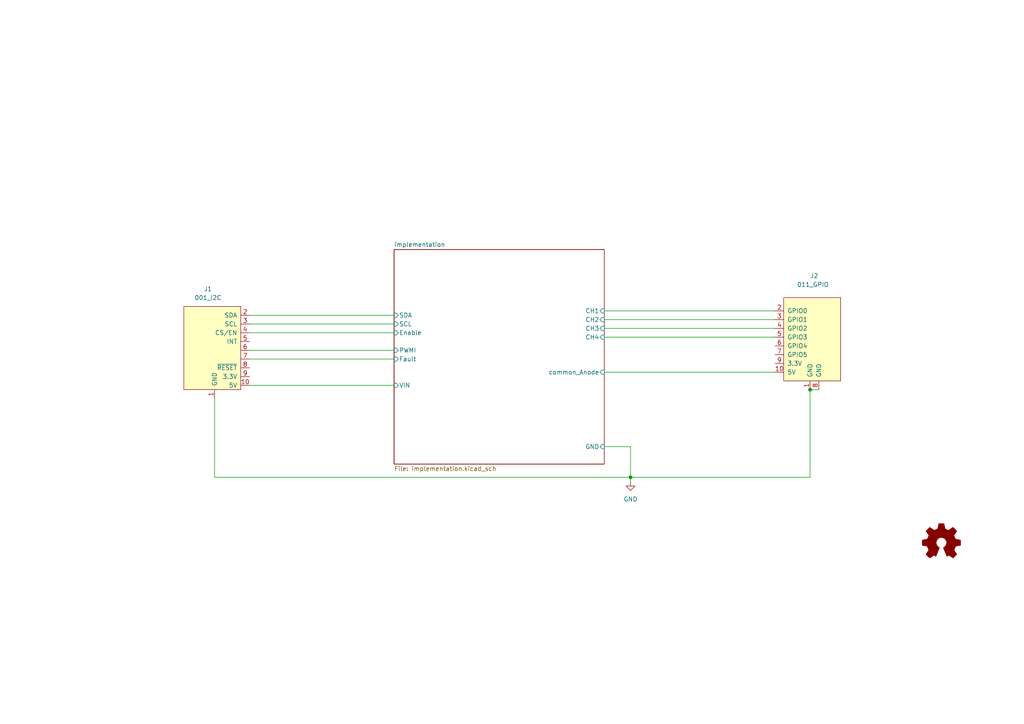
<source format=kicad_sch>
(kicad_sch (version 20211123) (generator eeschema)

  (uuid 57732dd3-1162-4c3f-88bd-31bf473d124d)

  (paper "A4")

  (lib_symbols
    (symbol "Graphic:Logo_Open_Hardware_Small" (pin_names (offset 1.016)) (in_bom yes) (on_board yes)
      (property "Reference" "#LOGO" (id 0) (at 0 6.985 0)
        (effects (font (size 1.27 1.27)) hide)
      )
      (property "Value" "Logo_Open_Hardware_Small" (id 1) (at 0 -5.715 0)
        (effects (font (size 1.27 1.27)) hide)
      )
      (property "Footprint" "" (id 2) (at 0 0 0)
        (effects (font (size 1.27 1.27)) hide)
      )
      (property "Datasheet" "~" (id 3) (at 0 0 0)
        (effects (font (size 1.27 1.27)) hide)
      )
      (property "ki_keywords" "Logo" (id 4) (at 0 0 0)
        (effects (font (size 1.27 1.27)) hide)
      )
      (property "ki_description" "Open Hardware logo, small" (id 5) (at 0 0 0)
        (effects (font (size 1.27 1.27)) hide)
      )
      (symbol "Logo_Open_Hardware_Small_0_1"
        (polyline
          (pts
            (xy 3.3528 -4.3434)
            (xy 3.302 -4.318)
            (xy 3.175 -4.2418)
            (xy 2.9972 -4.1148)
            (xy 2.7686 -3.9624)
            (xy 2.54 -3.81)
            (xy 2.3622 -3.7084)
            (xy 2.2352 -3.6068)
            (xy 2.1844 -3.5814)
            (xy 2.159 -3.6068)
            (xy 2.0574 -3.6576)
            (xy 1.905 -3.7338)
            (xy 1.8034 -3.7846)
            (xy 1.6764 -3.8354)
            (xy 1.6002 -3.8354)
            (xy 1.6002 -3.8354)
            (xy 1.5494 -3.7338)
            (xy 1.4732 -3.5306)
            (xy 1.3462 -3.302)
            (xy 1.2446 -3.0226)
            (xy 1.1176 -2.7178)
            (xy 0.9652 -2.413)
            (xy 0.8636 -2.1082)
            (xy 0.7366 -1.8288)
            (xy 0.6604 -1.6256)
            (xy 0.6096 -1.4732)
            (xy 0.5842 -1.397)
            (xy 0.5842 -1.397)
            (xy 0.6604 -1.3208)
            (xy 0.7874 -1.2446)
            (xy 1.0414 -1.016)
            (xy 1.2954 -0.6858)
            (xy 1.4478 -0.3302)
            (xy 1.524 0.0762)
            (xy 1.4732 0.4572)
            (xy 1.3208 0.8128)
            (xy 1.0668 1.143)
            (xy 0.762 1.3716)
            (xy 0.4064 1.524)
            (xy 0 1.5748)
            (xy -0.381 1.5494)
            (xy -0.7366 1.397)
            (xy -1.0668 1.143)
            (xy -1.2192 0.9906)
            (xy -1.397 0.6604)
            (xy -1.524 0.3048)
            (xy -1.524 0.2286)
            (xy -1.4986 -0.1778)
            (xy -1.397 -0.5334)
            (xy -1.1938 -0.8636)
            (xy -0.9144 -1.143)
            (xy -0.8636 -1.1684)
            (xy -0.7366 -1.27)
            (xy -0.635 -1.3462)
            (xy -0.5842 -1.397)
            (xy -1.0668 -2.5908)
            (xy -1.143 -2.794)
            (xy -1.2954 -3.1242)
            (xy -1.397 -3.4036)
            (xy -1.4986 -3.6322)
            (xy -1.5748 -3.7846)
            (xy -1.6002 -3.8354)
            (xy -1.6002 -3.8354)
            (xy -1.651 -3.8354)
            (xy -1.7272 -3.81)
            (xy -1.905 -3.7338)
            (xy -2.0066 -3.683)
            (xy -2.1336 -3.6068)
            (xy -2.2098 -3.5814)
            (xy -2.2606 -3.6068)
            (xy -2.3622 -3.683)
            (xy -2.54 -3.81)
            (xy -2.7686 -3.9624)
            (xy -2.9718 -4.0894)
            (xy -3.1496 -4.2164)
            (xy -3.302 -4.318)
            (xy -3.3528 -4.3434)
            (xy -3.3782 -4.3434)
            (xy -3.429 -4.318)
            (xy -3.5306 -4.2164)
            (xy -3.7084 -4.064)
            (xy -3.937 -3.8354)
            (xy -3.9624 -3.81)
            (xy -4.1656 -3.6068)
            (xy -4.318 -3.4544)
            (xy -4.4196 -3.3274)
            (xy -4.445 -3.2766)
            (xy -4.445 -3.2766)
            (xy -4.4196 -3.2258)
            (xy -4.318 -3.0734)
            (xy -4.2164 -2.8956)
            (xy -4.064 -2.667)
            (xy -3.6576 -2.0828)
            (xy -3.8862 -1.5494)
            (xy -3.937 -1.3716)
            (xy -4.0386 -1.1684)
            (xy -4.0894 -1.0414)
            (xy -4.1148 -0.9652)
            (xy -4.191 -0.9398)
            (xy -4.318 -0.9144)
            (xy -4.5466 -0.8636)
            (xy -4.8006 -0.8128)
            (xy -5.0546 -0.7874)
            (xy -5.2578 -0.7366)
            (xy -5.4356 -0.7112)
            (xy -5.5118 -0.6858)
            (xy -5.5118 -0.6858)
            (xy -5.5372 -0.635)
            (xy -5.5372 -0.5588)
            (xy -5.5372 -0.4318)
            (xy -5.5626 -0.2286)
            (xy -5.5626 0.0762)
            (xy -5.5626 0.127)
            (xy -5.5372 0.4064)
            (xy -5.5372 0.635)
            (xy -5.5372 0.762)
            (xy -5.5372 0.8382)
            (xy -5.5372 0.8382)
            (xy -5.461 0.8382)
            (xy -5.3086 0.889)
            (xy -5.08 0.9144)
            (xy -4.826 0.9652)
            (xy -4.8006 0.9906)
            (xy -4.5466 1.0414)
            (xy -4.318 1.0668)
            (xy -4.1656 1.1176)
            (xy -4.0894 1.143)
            (xy -4.0894 1.143)
            (xy -4.0386 1.2446)
            (xy -3.9624 1.4224)
            (xy -3.8608 1.6256)
            (xy -3.7846 1.8288)
            (xy -3.7084 2.0066)
            (xy -3.6576 2.159)
            (xy -3.6322 2.2098)
            (xy -3.6322 2.2098)
            (xy -3.683 2.286)
            (xy -3.7592 2.413)
            (xy -3.8862 2.5908)
            (xy -4.064 2.8194)
            (xy -4.064 2.8448)
            (xy -4.2164 3.0734)
            (xy -4.3434 3.2512)
            (xy -4.4196 3.3782)
            (xy -4.445 3.4544)
            (xy -4.445 3.4544)
            (xy -4.3942 3.5052)
            (xy -4.2926 3.6322)
            (xy -4.1148 3.81)
            (xy -3.937 4.0132)
            (xy -3.8608 4.064)
            (xy -3.6576 4.2926)
            (xy -3.5052 4.4196)
            (xy -3.4036 4.4958)
            (xy -3.3528 4.5212)
            (xy -3.3528 4.5212)
            (xy -3.302 4.4704)
            (xy -3.1496 4.3688)
            (xy -2.9718 4.2418)
            (xy -2.7432 4.0894)
            (xy -2.7178 4.0894)
            (xy -2.4892 3.937)
            (xy -2.3114 3.81)
            (xy -2.1844 3.7084)
            (xy -2.1336 3.683)
            (xy -2.1082 3.683)
            (xy -2.032 3.7084)
            (xy -1.8542 3.7592)
            (xy -1.6764 3.8354)
            (xy -1.4732 3.937)
            (xy -1.27 4.0132)
            (xy -1.143 4.064)
            (xy -1.0668 4.1148)
            (xy -1.0668 4.1148)
            (xy -1.0414 4.191)
            (xy -1.016 4.3434)
            (xy -0.9652 4.572)
            (xy -0.9144 4.8514)
            (xy -0.889 4.9022)
            (xy -0.8382 5.1562)
            (xy -0.8128 5.3848)
            (xy -0.7874 5.5372)
            (xy -0.762 5.588)
            (xy -0.7112 5.6134)
            (xy -0.5842 5.6134)
            (xy -0.4064 5.6134)
            (xy -0.1524 5.6134)
            (xy 0.0762 5.6134)
            (xy 0.3302 5.6134)
            (xy 0.5334 5.6134)
            (xy 0.6858 5.588)
            (xy 0.7366 5.588)
            (xy 0.7366 5.588)
            (xy 0.762 5.5118)
            (xy 0.8128 5.334)
            (xy 0.8382 5.1054)
            (xy 0.9144 4.826)
            (xy 0.9144 4.7752)
            (xy 0.9652 4.5212)
            (xy 1.016 4.2926)
            (xy 1.0414 4.1402)
            (xy 1.0668 4.0894)
            (xy 1.0668 4.0894)
            (xy 1.1938 4.0386)
            (xy 1.3716 3.9624)
            (xy 1.5748 3.8608)
            (xy 2.0828 3.6576)
            (xy 2.7178 4.0894)
            (xy 2.7686 4.1402)
            (xy 2.9972 4.2926)
            (xy 3.175 4.4196)
            (xy 3.302 4.4958)
            (xy 3.3782 4.5212)
            (xy 3.3782 4.5212)
            (xy 3.429 4.4704)
            (xy 3.556 4.3434)
            (xy 3.7338 4.191)
            (xy 3.9116 3.9878)
            (xy 4.064 3.8354)
            (xy 4.2418 3.6576)
            (xy 4.3434 3.556)
            (xy 4.4196 3.4798)
            (xy 4.4196 3.429)
            (xy 4.4196 3.4036)
            (xy 4.3942 3.3274)
            (xy 4.2926 3.2004)
            (xy 4.1656 2.9972)
            (xy 4.0132 2.794)
            (xy 3.8862 2.5908)
            (xy 3.7592 2.3876)
            (xy 3.6576 2.2352)
            (xy 3.6322 2.159)
            (xy 3.6322 2.1336)
            (xy 3.683 2.0066)
            (xy 3.7592 1.8288)
            (xy 3.8608 1.6002)
            (xy 4.064 1.1176)
            (xy 4.3942 1.0414)
            (xy 4.5974 1.016)
            (xy 4.8768 0.9652)
            (xy 5.1308 0.9144)
            (xy 5.5372 0.8382)
            (xy 5.5626 -0.6604)
            (xy 5.4864 -0.6858)
            (xy 5.4356 -0.6858)
            (xy 5.2832 -0.7366)
            (xy 5.0546 -0.762)
            (xy 4.8006 -0.8128)
            (xy 4.5974 -0.8636)
            (xy 4.3688 -0.9144)
            (xy 4.2164 -0.9398)
            (xy 4.1402 -0.9398)
            (xy 4.1148 -0.9652)
            (xy 4.064 -1.0668)
            (xy 3.9878 -1.2446)
            (xy 3.9116 -1.4478)
            (xy 3.81 -1.651)
            (xy 3.7338 -1.8542)
            (xy 3.683 -2.0066)
            (xy 3.6576 -2.0828)
            (xy 3.683 -2.1336)
            (xy 3.7846 -2.2606)
            (xy 3.8862 -2.4638)
            (xy 4.0386 -2.667)
            (xy 4.191 -2.8956)
            (xy 4.318 -3.0734)
            (xy 4.3942 -3.2004)
            (xy 4.445 -3.2766)
            (xy 4.4196 -3.3274)
            (xy 4.3434 -3.429)
            (xy 4.1656 -3.5814)
            (xy 3.937 -3.8354)
            (xy 3.8862 -3.8608)
            (xy 3.683 -4.064)
            (xy 3.5306 -4.2164)
            (xy 3.4036 -4.318)
            (xy 3.3528 -4.3434)
          )
          (stroke (width 0) (type default) (color 0 0 0 0))
          (fill (type outline))
        )
      )
    )
    (symbol "power:GND" (power) (pin_names (offset 0)) (in_bom yes) (on_board yes)
      (property "Reference" "#PWR" (id 0) (at 0 -6.35 0)
        (effects (font (size 1.27 1.27)) hide)
      )
      (property "Value" "GND" (id 1) (at 0 -3.81 0)
        (effects (font (size 1.27 1.27)))
      )
      (property "Footprint" "" (id 2) (at 0 0 0)
        (effects (font (size 1.27 1.27)) hide)
      )
      (property "Datasheet" "" (id 3) (at 0 0 0)
        (effects (font (size 1.27 1.27)) hide)
      )
      (property "ki_keywords" "power-flag" (id 4) (at 0 0 0)
        (effects (font (size 1.27 1.27)) hide)
      )
      (property "ki_description" "Power symbol creates a global label with name \"GND\" , ground" (id 5) (at 0 0 0)
        (effects (font (size 1.27 1.27)) hide)
      )
      (symbol "GND_0_1"
        (polyline
          (pts
            (xy 0 0)
            (xy 0 -1.27)
            (xy 1.27 -1.27)
            (xy 0 -2.54)
            (xy -1.27 -1.27)
            (xy 0 -1.27)
          )
          (stroke (width 0) (type default) (color 0 0 0 0))
          (fill (type none))
        )
      )
      (symbol "GND_1_1"
        (pin power_in line (at 0 0 270) (length 0) hide
          (name "GND" (effects (font (size 1.27 1.27))))
          (number "1" (effects (font (size 1.27 1.27))))
        )
      )
    )
    (symbol "put_on_edge:001_I2C" (pin_names (offset 1.016)) (in_bom yes) (on_board yes)
      (property "Reference" "J1" (id 0) (at 0.635 17.78 0)
        (effects (font (size 1.27 1.27)))
      )
      (property "Value" "001_I2C" (id 1) (at 0.635 15.24 0)
        (effects (font (size 1.27 1.27)))
      )
      (property "Footprint" "on_edge:on_edge_2x05_device" (id 2) (at -7.62 16.51 0)
        (effects (font (size 1.27 1.27)) hide)
      )
      (property "Datasheet" "" (id 3) (at -7.62 16.51 0)
        (effects (font (size 1.27 1.27)) hide)
      )
      (symbol "001_I2C_0_1"
        (rectangle (start -8.89 12.7) (end 7.62 -11.43)
          (stroke (width 0) (type default) (color 0 0 0 0))
          (fill (type background))
        )
      )
      (symbol "001_I2C_1_1"
        (pin power_in line (at -1.27 -13.97 90) (length 2.54)
          (name "GND" (effects (font (size 1.27 1.27))))
          (number "1" (effects (font (size 1.27 1.27))))
        )
        (pin power_in line (at -11.43 -10.16 0) (length 2.54)
          (name "5V" (effects (font (size 1.27 1.27))))
          (number "10" (effects (font (size 1.27 1.27))))
        )
        (pin bidirectional line (at -11.43 10.16 0) (length 2.54)
          (name "SDA" (effects (font (size 1.27 1.27))))
          (number "2" (effects (font (size 1.27 1.27))))
        )
        (pin bidirectional line (at -11.43 7.62 0) (length 2.54)
          (name "SCL" (effects (font (size 1.27 1.27))))
          (number "3" (effects (font (size 1.27 1.27))))
        )
        (pin bidirectional line (at -11.43 5.08 0) (length 2.54)
          (name "CS/EN" (effects (font (size 1.27 1.27))))
          (number "4" (effects (font (size 1.27 1.27))))
        )
        (pin bidirectional line (at -11.43 2.54 0) (length 2.54)
          (name "INT" (effects (font (size 1.27 1.27))))
          (number "5" (effects (font (size 1.27 1.27))))
        )
        (pin bidirectional line (at -11.43 0 0) (length 2.54)
          (name "" (effects (font (size 1.27 1.27))))
          (number "6" (effects (font (size 1.27 1.27))))
        )
        (pin bidirectional line (at -11.43 -2.54 0) (length 2.54)
          (name "" (effects (font (size 1.27 1.27))))
          (number "7" (effects (font (size 1.27 1.27))))
        )
        (pin bidirectional line (at -11.43 -5.08 0) (length 2.54)
          (name "~{RESET}" (effects (font (size 1.27 1.27))))
          (number "8" (effects (font (size 1.27 1.27))))
        )
        (pin power_in line (at -11.43 -7.62 0) (length 2.54)
          (name "3.3V" (effects (font (size 1.27 1.27))))
          (number "9" (effects (font (size 1.27 1.27))))
        )
      )
    )
    (symbol "put_on_edge:011_GPIO" (pin_names (offset 1.016)) (in_bom yes) (on_board yes)
      (property "Reference" "J" (id 0) (at -2.54 13.97 0)
        (effects (font (size 1.27 1.27)))
      )
      (property "Value" "011_GPIO" (id 1) (at 8.89 13.97 0)
        (effects (font (size 1.27 1.27)))
      )
      (property "Footprint" "" (id 2) (at 7.62 16.51 0)
        (effects (font (size 1.27 1.27)) hide)
      )
      (property "Datasheet" "" (id 3) (at 7.62 16.51 0)
        (effects (font (size 1.27 1.27)) hide)
      )
      (symbol "011_GPIO_0_1"
        (rectangle (start -8.89 12.7) (end 7.62 -11.43)
          (stroke (width 0) (type default) (color 0 0 0 0))
          (fill (type background))
        )
      )
      (symbol "011_GPIO_1_1"
        (pin power_in line (at -1.27 -13.97 90) (length 2.54)
          (name "GND" (effects (font (size 1.27 1.27))))
          (number "1" (effects (font (size 1.27 1.27))))
        )
        (pin power_in line (at -11.43 -8.89 0) (length 2.54)
          (name "5V" (effects (font (size 1.27 1.27))))
          (number "10" (effects (font (size 1.27 1.27))))
        )
        (pin bidirectional line (at -11.43 8.89 0) (length 2.54)
          (name "GPIO0" (effects (font (size 1.27 1.27))))
          (number "2" (effects (font (size 1.27 1.27))))
        )
        (pin bidirectional line (at -11.43 6.35 0) (length 2.54)
          (name "GPIO1" (effects (font (size 1.27 1.27))))
          (number "3" (effects (font (size 1.27 1.27))))
        )
        (pin bidirectional line (at -11.43 3.81 0) (length 2.54)
          (name "GPIO2" (effects (font (size 1.27 1.27))))
          (number "4" (effects (font (size 1.27 1.27))))
        )
        (pin bidirectional line (at -11.43 1.27 0) (length 2.54)
          (name "GPIO3" (effects (font (size 1.27 1.27))))
          (number "5" (effects (font (size 1.27 1.27))))
        )
        (pin bidirectional line (at -11.43 -1.27 0) (length 2.54)
          (name "GPIO4" (effects (font (size 1.27 1.27))))
          (number "6" (effects (font (size 1.27 1.27))))
        )
        (pin bidirectional line (at -11.43 -3.81 0) (length 2.54)
          (name "GPIO5" (effects (font (size 1.27 1.27))))
          (number "7" (effects (font (size 1.27 1.27))))
        )
        (pin power_in line (at 1.27 -13.97 90) (length 2.54)
          (name "GND" (effects (font (size 1.27 1.27))))
          (number "8" (effects (font (size 1.27 1.27))))
        )
        (pin power_in line (at -11.43 -6.35 0) (length 2.54)
          (name "3.3V" (effects (font (size 1.27 1.27))))
          (number "9" (effects (font (size 1.27 1.27))))
        )
      )
    )
  )

  (junction (at 182.88 138.43) (diameter 0) (color 0 0 0 0)
    (uuid 0ff67a0f-c960-451c-be04-1ec9212dda57)
  )
  (junction (at 234.95 113.03) (diameter 0) (color 0 0 0 0)
    (uuid 33ce6e41-8d9b-4b7c-9767-5e08218f403f)
  )

  (wire (pts (xy 234.95 113.03) (xy 234.95 138.43))
    (stroke (width 0) (type default) (color 0 0 0 0))
    (uuid 0298f348-940a-471f-a336-33009d760df5)
  )
  (wire (pts (xy 175.26 95.25) (xy 224.79 95.25))
    (stroke (width 0) (type default) (color 0 0 0 0))
    (uuid 144f176f-fc54-4a50-9894-fb2b918c2440)
  )
  (wire (pts (xy 72.39 91.44) (xy 114.3 91.44))
    (stroke (width 0) (type default) (color 0 0 0 0))
    (uuid 18321cd2-47eb-494a-894b-ef18202eaac7)
  )
  (wire (pts (xy 182.88 138.43) (xy 182.88 139.7))
    (stroke (width 0) (type default) (color 0 0 0 0))
    (uuid 3799cf36-cc55-461c-8ded-c203bc7ed36a)
  )
  (wire (pts (xy 182.88 138.43) (xy 234.95 138.43))
    (stroke (width 0) (type default) (color 0 0 0 0))
    (uuid 4b9c1492-89fb-4259-9cec-27a75b0c37c5)
  )
  (wire (pts (xy 62.23 115.57) (xy 62.23 138.43))
    (stroke (width 0) (type default) (color 0 0 0 0))
    (uuid 50f5192b-c15d-4dfe-b3b9-31f6935a9495)
  )
  (wire (pts (xy 72.39 101.6) (xy 114.3 101.6))
    (stroke (width 0) (type default) (color 0 0 0 0))
    (uuid 530e7b38-6d00-4e6a-8998-0fb9ec979769)
  )
  (wire (pts (xy 72.39 104.14) (xy 114.3 104.14))
    (stroke (width 0) (type default) (color 0 0 0 0))
    (uuid 564838e7-22e8-403a-b6ef-ee41091664c8)
  )
  (wire (pts (xy 182.88 129.54) (xy 182.88 138.43))
    (stroke (width 0) (type default) (color 0 0 0 0))
    (uuid 5a1fc14d-1d6f-444c-82b2-77ce3f0eeb3f)
  )
  (wire (pts (xy 175.26 107.95) (xy 224.79 107.95))
    (stroke (width 0) (type default) (color 0 0 0 0))
    (uuid 600fadf6-d8e5-4855-9f1e-291a97836e75)
  )
  (wire (pts (xy 234.95 113.03) (xy 237.49 113.03))
    (stroke (width 0) (type default) (color 0 0 0 0))
    (uuid 76903589-6150-4ffe-b4c5-4410bd8617ae)
  )
  (wire (pts (xy 175.26 92.71) (xy 224.79 92.71))
    (stroke (width 0) (type default) (color 0 0 0 0))
    (uuid 9bbe73ad-1530-446f-baef-b205e53ff575)
  )
  (wire (pts (xy 175.26 129.54) (xy 182.88 129.54))
    (stroke (width 0) (type default) (color 0 0 0 0))
    (uuid b5f50e6e-6728-4454-96f5-44e0bc388ce5)
  )
  (wire (pts (xy 62.23 138.43) (xy 182.88 138.43))
    (stroke (width 0) (type default) (color 0 0 0 0))
    (uuid c0a419da-2d93-4ece-932c-03cbfe8908e4)
  )
  (wire (pts (xy 175.26 90.17) (xy 224.79 90.17))
    (stroke (width 0) (type default) (color 0 0 0 0))
    (uuid c8f57540-0523-4498-8170-c377d59272e1)
  )
  (wire (pts (xy 72.39 93.98) (xy 114.3 93.98))
    (stroke (width 0) (type default) (color 0 0 0 0))
    (uuid dddb1002-633c-473e-8ff3-9512158d7a40)
  )
  (wire (pts (xy 175.26 97.79) (xy 224.79 97.79))
    (stroke (width 0) (type default) (color 0 0 0 0))
    (uuid e4d0b886-15cf-44cf-9708-404e74bbc75d)
  )
  (wire (pts (xy 72.39 96.52) (xy 114.3 96.52))
    (stroke (width 0) (type default) (color 0 0 0 0))
    (uuid e9d5574a-5041-48f3-b502-858f87d08c15)
  )
  (wire (pts (xy 72.39 111.76) (xy 114.3 111.76))
    (stroke (width 0) (type default) (color 0 0 0 0))
    (uuid f6135f66-b79b-4432-9c91-b1ae374d00d3)
  )

  (symbol (lib_id "put_on_edge:001_I2C") (at 60.96 101.6 0) (mirror y) (unit 1)
    (in_bom yes) (on_board yes) (fields_autoplaced)
    (uuid 00609934-eb17-4303-8afd-9caa6880e626)
    (property "Reference" "J1" (id 0) (at 60.325 83.82 0))
    (property "Value" "001_I2C" (id 1) (at 60.325 86.36 0))
    (property "Footprint" "on_edge:on_edge_2x05_device" (id 2) (at 68.58 85.09 0)
      (effects (font (size 1.27 1.27)) hide)
    )
    (property "Datasheet" "" (id 3) (at 68.58 85.09 0)
      (effects (font (size 1.27 1.27)) hide)
    )
    (pin "1" (uuid c6271ee0-33eb-4606-ae87-6750ec5f081a))
    (pin "10" (uuid 4210a13f-13a6-4c87-a031-5bf80e67746f))
    (pin "2" (uuid 5dabb1e3-0ef8-4611-a8fe-d4c657e6b756))
    (pin "3" (uuid 78055e78-019d-4c65-81c9-cc8116cd346a))
    (pin "4" (uuid bedfeecb-adac-4427-ae18-6118d9a28a23))
    (pin "5" (uuid 2197b314-068c-4ab6-af56-86569032b9dd))
    (pin "6" (uuid a2ae36bd-8aec-457a-b942-b9e83a0b3596))
    (pin "7" (uuid 0694206a-6455-4662-bf0f-3a880c9526b6))
    (pin "8" (uuid 014f7a22-3ecc-4dd0-adae-b8ae298d8953))
    (pin "9" (uuid 8fa405a7-d3e7-4c33-aae6-6af6beaf407a))
  )

  (symbol (lib_id "put_on_edge:011_GPIO") (at 236.22 99.06 0) (unit 1)
    (in_bom yes) (on_board yes)
    (uuid 21270f2b-ebfa-4adf-aaa0-cba0c6dedef1)
    (property "Reference" "J2" (id 0) (at 234.95 80.01 0)
      (effects (font (size 1.27 1.27)) (justify left))
    )
    (property "Value" "011_GPIO" (id 1) (at 231.14 82.55 0)
      (effects (font (size 1.27 1.27)) (justify left))
    )
    (property "Footprint" "on_edge:on_edge_2x05_host" (id 2) (at 243.84 82.55 0)
      (effects (font (size 1.27 1.27)) hide)
    )
    (property "Datasheet" "" (id 3) (at 243.84 82.55 0)
      (effects (font (size 1.27 1.27)) hide)
    )
    (pin "1" (uuid 44e9ed81-db9e-4656-a7cd-8c7e10663ea9))
    (pin "10" (uuid cd4fcce9-c853-4a3d-965a-a4ebedb5fbb9))
    (pin "2" (uuid 56041948-7d0e-4e29-afcb-41c7fe5b104f))
    (pin "3" (uuid 9d40396a-cc21-4111-81c2-130b3d49d3fe))
    (pin "4" (uuid 84f2f706-d8be-4990-bde9-81897482c067))
    (pin "5" (uuid 49f7666b-be6e-46ae-a1ef-bc1fae378a4a))
    (pin "6" (uuid 477b165e-447c-433f-a540-35492aba14c0))
    (pin "7" (uuid dd5545ad-fbab-4243-b921-f1ff400d3eaf))
    (pin "8" (uuid c16c61c8-7db2-4e58-9e0c-89eb74fd0dd8))
    (pin "9" (uuid d3dcee53-e6eb-41e3-af04-bd34e1d3613b))
  )

  (symbol (lib_id "power:GND") (at 182.88 139.7 0) (unit 1)
    (in_bom yes) (on_board yes) (fields_autoplaced)
    (uuid 971afa99-5d33-4a72-a8e1-edd3c45138ed)
    (property "Reference" "#PWR0101" (id 0) (at 182.88 146.05 0)
      (effects (font (size 1.27 1.27)) hide)
    )
    (property "Value" "GND" (id 1) (at 182.88 144.78 0))
    (property "Footprint" "" (id 2) (at 182.88 139.7 0)
      (effects (font (size 1.27 1.27)) hide)
    )
    (property "Datasheet" "" (id 3) (at 182.88 139.7 0)
      (effects (font (size 1.27 1.27)) hide)
    )
    (pin "1" (uuid 0e12e353-ffd6-4e27-8957-653e209f57b0))
  )

  (symbol (lib_id "Graphic:Logo_Open_Hardware_Small") (at 273.05 157.48 0) (unit 1)
    (in_bom yes) (on_board yes) (fields_autoplaced)
    (uuid b72b6f4a-7489-40f2-bb90-d75ae01aa368)
    (property "Reference" "LOGO1" (id 0) (at 273.05 150.495 0)
      (effects (font (size 1.27 1.27)) hide)
    )
    (property "Value" "Logo_Open_Hardware_Small" (id 1) (at 273.05 163.195 0)
      (effects (font (size 1.27 1.27)) hide)
    )
    (property "Footprint" "Symbol:OSHW-Symbol_6.7x6mm_SilkScreen" (id 2) (at 273.05 157.48 0)
      (effects (font (size 1.27 1.27)) hide)
    )
    (property "Datasheet" "~" (id 3) (at 273.05 157.48 0)
      (effects (font (size 1.27 1.27)) hide)
    )
  )

  (sheet (at 114.3 72.39) (size 60.96 62.23) (fields_autoplaced)
    (stroke (width 0.1524) (type solid) (color 0 0 0 0))
    (fill (color 0 0 0 0.0000))
    (uuid 767ce4c6-0e55-4543-92f0-34cb8237a544)
    (property "Sheet name" "implementation" (id 0) (at 114.3 71.6784 0)
      (effects (font (size 1.27 1.27)) (justify left bottom))
    )
    (property "Sheet file" "implementation.kicad_sch" (id 1) (at 114.3 135.2046 0)
      (effects (font (size 1.27 1.27)) (justify left top))
    )
    (pin "GND" input (at 175.26 129.54 0)
      (effects (font (size 1.27 1.27)) (justify right))
      (uuid 466cf29f-04d2-4303-aa26-8ec28548d2f2)
    )
    (pin "CH2" input (at 175.26 92.71 0)
      (effects (font (size 1.27 1.27)) (justify right))
      (uuid d6eccfd6-0fdc-4069-b178-684579fa2863)
    )
    (pin "CH3" input (at 175.26 95.25 0)
      (effects (font (size 1.27 1.27)) (justify right))
      (uuid 8d0db80b-4da5-4825-83b8-85b9ed39c01d)
    )
    (pin "CH4" input (at 175.26 97.79 0)
      (effects (font (size 1.27 1.27)) (justify right))
      (uuid 57b52b4c-20b0-4b7d-ae86-0eddf793a688)
    )
    (pin "CH1" input (at 175.26 90.17 0)
      (effects (font (size 1.27 1.27)) (justify right))
      (uuid d9e11c73-7e76-4b65-99df-72d4fc450749)
    )
    (pin "PWMI" input (at 114.3 101.6 180)
      (effects (font (size 1.27 1.27)) (justify left))
      (uuid abb01af6-7273-4e34-b7f7-4574dd3a7c6b)
    )
    (pin "VIN" input (at 114.3 111.76 180)
      (effects (font (size 1.27 1.27)) (justify left))
      (uuid 0ec302af-9fd8-4922-a477-a069e5a2e625)
    )
    (pin "Enable" input (at 114.3 96.52 180)
      (effects (font (size 1.27 1.27)) (justify left))
      (uuid 93098ad8-d1b6-496c-9dcb-384ea10a0e12)
    )
    (pin "Fault" input (at 114.3 104.14 180)
      (effects (font (size 1.27 1.27)) (justify left))
      (uuid f8e64852-1e1b-4af1-b078-8d77bfd49e04)
    )
    (pin "common_Anode" input (at 175.26 107.95 0)
      (effects (font (size 1.27 1.27)) (justify right))
      (uuid a6e70c01-975f-48b2-ad4d-82965990916e)
    )
    (pin "SDA" input (at 114.3 91.44 180)
      (effects (font (size 1.27 1.27)) (justify left))
      (uuid ea9adc02-121f-4493-948b-3fd22fc11f06)
    )
    (pin "SCL" input (at 114.3 93.98 180)
      (effects (font (size 1.27 1.27)) (justify left))
      (uuid 1639849b-75a8-435d-93bc-884efb09fa61)
    )
  )

  (sheet_instances
    (path "/" (page "1"))
    (path "/767ce4c6-0e55-4543-92f0-34cb8237a544" (page "2"))
  )

  (symbol_instances
    (path "/971afa99-5d33-4a72-a8e1-edd3c45138ed"
      (reference "#PWR0101") (unit 1) (value "GND") (footprint "")
    )
    (path "/767ce4c6-0e55-4543-92f0-34cb8237a544/182f53f4-171d-4783-b9ae-311ed24ef309"
      (reference "#PWR0102") (unit 1) (value "GND") (footprint "")
    )
    (path "/767ce4c6-0e55-4543-92f0-34cb8237a544/980b16de-ea3e-469a-b940-0167da9a5f9d"
      (reference "#PWR0103") (unit 1) (value "GND") (footprint "")
    )
    (path "/767ce4c6-0e55-4543-92f0-34cb8237a544/b990ad2b-c23a-47fa-b83c-d2fcb0ed58d1"
      (reference "#PWR0104") (unit 1) (value "GND") (footprint "")
    )
    (path "/767ce4c6-0e55-4543-92f0-34cb8237a544/b92e3749-8642-48f4-bd54-c0c2142e2843"
      (reference "#PWR0105") (unit 1) (value "GND") (footprint "")
    )
    (path "/767ce4c6-0e55-4543-92f0-34cb8237a544/62d4b9df-bd43-41d2-b2ec-3ba5e9ac9870"
      (reference "#PWR0106") (unit 1) (value "GND") (footprint "")
    )
    (path "/767ce4c6-0e55-4543-92f0-34cb8237a544/30e75626-ee54-4775-b2d0-a8f95ae20de9"
      (reference "#PWR0107") (unit 1) (value "GND") (footprint "")
    )
    (path "/767ce4c6-0e55-4543-92f0-34cb8237a544/91795727-9760-45db-9740-e7041863ec47"
      (reference "#PWR0108") (unit 1) (value "GND") (footprint "")
    )
    (path "/767ce4c6-0e55-4543-92f0-34cb8237a544/33da6353-04d6-49ef-8a83-428e0f16ed29"
      (reference "#PWR0109") (unit 1) (value "GND") (footprint "")
    )
    (path "/767ce4c6-0e55-4543-92f0-34cb8237a544/8a3b1056-7696-44f8-b3ad-eda53933611c"
      (reference "#PWR0110") (unit 1) (value "GND") (footprint "")
    )
    (path "/767ce4c6-0e55-4543-92f0-34cb8237a544/3ca11bd0-d79e-4d49-8511-ad3263336f8c"
      (reference "C1") (unit 1) (value "C_Small") (footprint "Capacitor_SMD:C_0603_1608Metric")
    )
    (path "/767ce4c6-0e55-4543-92f0-34cb8237a544/fd1ccf90-5182-461c-bc45-6c28c8519011"
      (reference "C2") (unit 1) (value "C_Small") (footprint "Capacitor_SMD:C_0603_1608Metric")
    )
    (path "/767ce4c6-0e55-4543-92f0-34cb8237a544/2f68c9ed-94a7-4ace-bcf1-271901b38e3b"
      (reference "C3") (unit 1) (value "C_Small") (footprint "Capacitor_SMD:C_0603_1608Metric")
    )
    (path "/767ce4c6-0e55-4543-92f0-34cb8237a544/39c8064a-95e3-41a9-876e-ef9e2949e272"
      (reference "C4") (unit 1) (value "C_Small") (footprint "Capacitor_SMD:C_0603_1608Metric")
    )
    (path "/767ce4c6-0e55-4543-92f0-34cb8237a544/38a8f273-59c5-43e1-bc2e-7e483cc4adb1"
      (reference "C5") (unit 1) (value "C_Small") (footprint "Capacitor_SMD:C_0603_1608Metric")
    )
    (path "/767ce4c6-0e55-4543-92f0-34cb8237a544/8d54b065-944e-4bd0-bf9d-fbc15127a179"
      (reference "C6") (unit 1) (value "C_Small") (footprint "Capacitor_SMD:C_0603_1608Metric")
    )
    (path "/767ce4c6-0e55-4543-92f0-34cb8237a544/89f504f1-7f48-439f-9855-af7a1c20be68"
      (reference "C7") (unit 1) (value "C_Small") (footprint "Capacitor_SMD:C_0603_1608Metric")
    )
    (path "/767ce4c6-0e55-4543-92f0-34cb8237a544/af133dbc-4d97-470a-a1ab-3314445bc042"
      (reference "C8") (unit 1) (value "C_Small") (footprint "Capacitor_SMD:C_0603_1608Metric")
    )
    (path "/767ce4c6-0e55-4543-92f0-34cb8237a544/ad961900-5a75-4f48-86f4-a166a13e0422"
      (reference "D1") (unit 1) (value "D_Schottky") (footprint "Diode_SMD:D_SOD-123")
    )
    (path "/767ce4c6-0e55-4543-92f0-34cb8237a544/29acacb3-5a14-4bfb-b27d-7e66ee086f05"
      (reference "D2") (unit 1) (value "D_Schottky") (footprint "Diode_SMD:D_SMA")
    )
    (path "/00609934-eb17-4303-8afd-9caa6880e626"
      (reference "J1") (unit 1) (value "001_I2C") (footprint "on_edge:on_edge_2x05_device")
    )
    (path "/21270f2b-ebfa-4adf-aaa0-cba0c6dedef1"
      (reference "J2") (unit 1) (value "011_GPIO") (footprint "on_edge:on_edge_2x05_host")
    )
    (path "/767ce4c6-0e55-4543-92f0-34cb8237a544/8b8131c5-7be6-442f-9fd7-76cbf9775e3e"
      (reference "L1") (unit 1) (value "L") (footprint "Inductor_SMD:L_12x12mm_H6mm")
    )
    (path "/b72b6f4a-7489-40f2-bb90-d75ae01aa368"
      (reference "LOGO1") (unit 1) (value "Logo_Open_Hardware_Small") (footprint "Symbol:OSHW-Symbol_6.7x6mm_SilkScreen")
    )
    (path "/767ce4c6-0e55-4543-92f0-34cb8237a544/9093c602-6172-4dc7-b90e-b1deee753b9a"
      (reference "Q1") (unit 1) (value "Q_PMOS_DGS") (footprint "Package_TO_SOT_SMD:TO-252-3_TabPin2")
    )
    (path "/767ce4c6-0e55-4543-92f0-34cb8237a544/3058099c-fc6d-4c67-aecc-d16ce062d88a"
      (reference "Q2") (unit 1) (value "Q_NMOS_DGS") (footprint "led_treiber_edgy:TRANS_STL60P4LLF6")
    )
    (path "/767ce4c6-0e55-4543-92f0-34cb8237a544/9b67b20d-294a-4476-9c65-de2e45668e51"
      (reference "R1") (unit 1) (value "R_Small") (footprint "Resistor_SMD:R_0603_1608Metric")
    )
    (path "/767ce4c6-0e55-4543-92f0-34cb8237a544/85d36206-5917-4b30-accf-d5e2623f2a30"
      (reference "R2") (unit 1) (value "R_Small") (footprint "Resistor_SMD:R_0603_1608Metric")
    )
    (path "/767ce4c6-0e55-4543-92f0-34cb8237a544/b1759d64-4e65-4079-aece-f05614e76dc9"
      (reference "R3") (unit 1) (value "R_Small") (footprint "Resistor_SMD:R_0603_1608Metric")
    )
    (path "/767ce4c6-0e55-4543-92f0-34cb8237a544/e2ca802c-75c4-408b-a0bc-496a034bdfeb"
      (reference "R4") (unit 1) (value "R_Small") (footprint "Resistor_SMD:R_0603_1608Metric")
    )
    (path "/767ce4c6-0e55-4543-92f0-34cb8237a544/1ba648d3-6117-488a-a6c6-a025b01ca82e"
      (reference "R5") (unit 1) (value "R_Small") (footprint "Resistor_SMD:R_0603_1608Metric")
    )
    (path "/767ce4c6-0e55-4543-92f0-34cb8237a544/5ce1b508-9953-43c1-aa86-b417972bc9bc"
      (reference "R6") (unit 1) (value "R_Small") (footprint "Resistor_SMD:R_0603_1608Metric")
    )
    (path "/767ce4c6-0e55-4543-92f0-34cb8237a544/b3c69b2c-9647-463a-8fe6-f8fa816b17d7"
      (reference "R7") (unit 1) (value "R_Small") (footprint "Resistor_SMD:R_0603_1608Metric")
    )
    (path "/767ce4c6-0e55-4543-92f0-34cb8237a544/39f13666-0d4f-4995-8019-18e96755f537"
      (reference "R8") (unit 1) (value "R_Small") (footprint "Resistor_SMD:R_0603_1608Metric")
    )
    (path "/767ce4c6-0e55-4543-92f0-34cb8237a544/5954d317-066a-4d7f-b03a-bb57feee30eb"
      (reference "R9") (unit 1) (value "R_Small") (footprint "Resistor_SMD:R_0603_1608Metric")
    )
    (path "/767ce4c6-0e55-4543-92f0-34cb8237a544/4c139e1d-176b-476a-b634-6cdece307834"
      (reference "R10") (unit 1) (value "R_Small") (footprint "Resistor_SMD:R_0603_1608Metric")
    )
    (path "/767ce4c6-0e55-4543-92f0-34cb8237a544/030bf9ea-5793-4c8b-8f3d-8fbf92eaec4f"
      (reference "R11") (unit 1) (value "R_Small") (footprint "Resistor_SMD:R_0603_1608Metric")
    )
    (path "/767ce4c6-0e55-4543-92f0-34cb8237a544/7947dea8-8540-4696-aeb1-4e36e70ced22"
      (reference "R12") (unit 1) (value "R_Small") (footprint "Resistor_SMD:R_0603_1608Metric")
    )
    (path "/767ce4c6-0e55-4543-92f0-34cb8237a544/e30e0bdc-a9ff-4710-82b8-e1ee7c7364b8"
      (reference "R13") (unit 1) (value "R_Small") (footprint "Resistor_SMD:R_0603_1608Metric")
    )
    (path "/767ce4c6-0e55-4543-92f0-34cb8237a544/536c4e58-f7d4-4084-868d-1cf1e2ea41f8"
      (reference "R14") (unit 1) (value "R_Small") (footprint "Resistor_SMD:R_0603_1608Metric")
    )
    (path "/767ce4c6-0e55-4543-92f0-34cb8237a544/950a6e34-879d-487c-9076-eea989fa629f"
      (reference "R15") (unit 1) (value "R_Small") (footprint "Resistor_SMD:R_0603_1608Metric")
    )
    (path "/767ce4c6-0e55-4543-92f0-34cb8237a544/eed29a2b-8a1a-46fb-aaa8-6d493c599b22"
      (reference "U1") (unit 1) (value "ALED7709ATR") (footprint "QFN65P500X500X90-25N")
    )
  )
)

</source>
